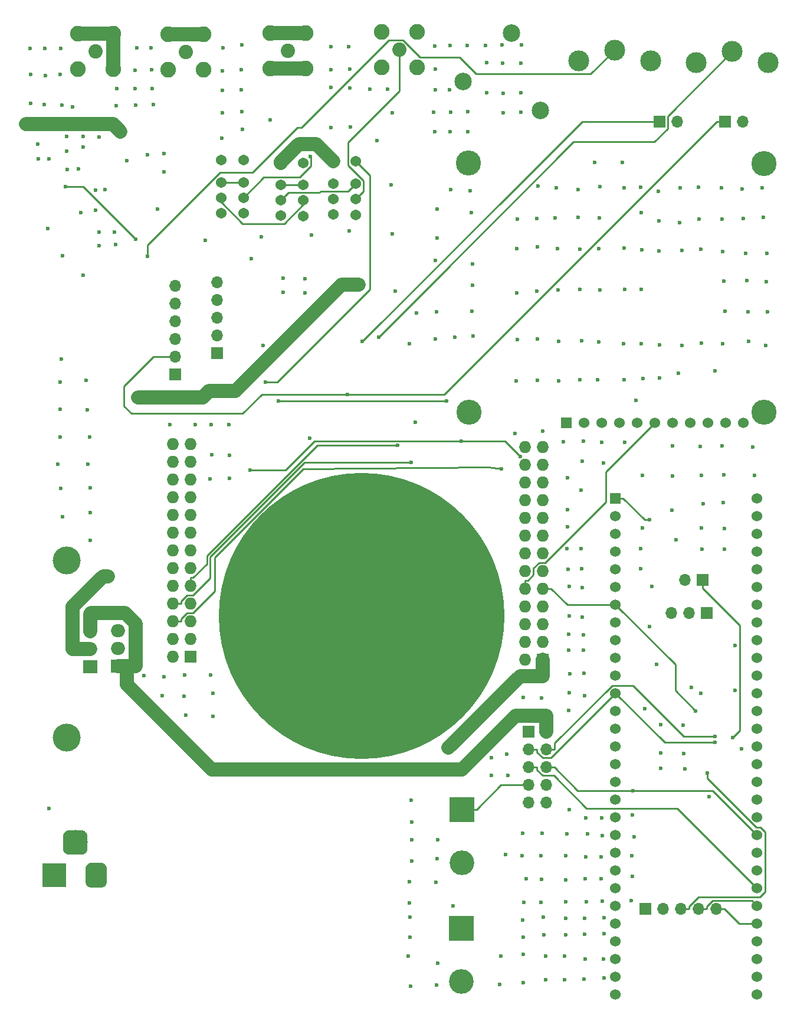
<source format=gbl>
G04 #@! TF.GenerationSoftware,KiCad,Pcbnew,6.0.0-rc1-unknown-e7fa02a~66~ubuntu18.04.1*
G04 #@! TF.CreationDate,2021-12-29T11:19:39-08:00
G04 #@! TF.ProjectId,rp_adapter,72705f61-6461-4707-9465-722e6b696361,rev?*
G04 #@! TF.SameCoordinates,Original*
G04 #@! TF.FileFunction,Copper,L4,Bot*
G04 #@! TF.FilePolarity,Positive*
%FSLAX46Y46*%
G04 Gerber Fmt 4.6, Leading zero omitted, Abs format (unit mm)*
G04 Created by KiCad (PCBNEW 6.0.0-rc1-unknown-e7fa02a~66~ubuntu18.04.1) date Wed 29 Dec 2021 11:19:39 AM PST*
%MOMM*%
%LPD*%
G04 APERTURE LIST*
%ADD10R,1.524000X1.524000*%
%ADD11C,1.524000*%
%ADD12C,3.600000*%
%ADD13R,1.727200X1.727200*%
%ADD14O,1.727200X1.727200*%
%ADD15C,3.540760*%
%ADD16R,3.540760X3.540760*%
%ADD17R,1.700000X1.700000*%
%ADD18O,1.700000X1.700000*%
%ADD19C,41.000000*%
%ADD20R,3.500000X3.500000*%
%ADD21C,0.100000*%
%ADD22C,3.000000*%
%ADD23C,3.500000*%
%ADD24C,1.540000*%
%ADD25C,4.000000*%
%ADD26C,2.050000*%
%ADD27C,2.250000*%
%ADD28R,2.000000X1.905000*%
%ADD29O,2.000000X1.905000*%
%ADD30C,2.500000*%
%ADD31C,0.600000*%
%ADD32C,1.000000*%
%ADD33C,2.000000*%
%ADD34C,0.250000*%
G04 APERTURE END LIST*
D10*
X134965000Y-84928000D03*
D11*
X137505000Y-84928000D03*
X140045000Y-84928000D03*
X142585000Y-84928000D03*
X145125000Y-84928000D03*
X147665000Y-84928000D03*
X150205000Y-84928000D03*
X152745000Y-84928000D03*
X155285000Y-84928000D03*
X157825000Y-84928000D03*
X160365000Y-84928000D03*
D12*
X163365000Y-83428000D03*
X120965000Y-83428000D03*
X163365000Y-47738000D03*
X120885000Y-47698000D03*
D13*
X131612000Y-118838000D03*
D14*
X129072000Y-118838000D03*
X131612000Y-116298000D03*
X129072000Y-116298000D03*
X131612000Y-113758000D03*
X129072000Y-113758000D03*
X131612000Y-111218000D03*
X129072000Y-111218000D03*
X131612000Y-108678000D03*
X129072000Y-108678000D03*
X131612000Y-106138000D03*
X129072000Y-106138000D03*
X131612000Y-103598000D03*
X129072000Y-103598000D03*
X131612000Y-101058000D03*
X129072000Y-101058000D03*
X131612000Y-98518000D03*
X129072000Y-98518000D03*
X131612000Y-95978000D03*
X129072000Y-95978000D03*
X131612000Y-93438000D03*
X129072000Y-93438000D03*
X131612000Y-90898000D03*
X129072000Y-90898000D03*
X131612000Y-88358000D03*
X129072000Y-88358000D03*
D13*
X81017900Y-118460000D03*
D14*
X78477900Y-118460000D03*
X81017900Y-115920000D03*
X78477900Y-115920000D03*
X81017900Y-113380000D03*
X78477900Y-113380000D03*
X81017900Y-110840000D03*
X78477900Y-110840000D03*
X81017900Y-108300000D03*
X78477900Y-108300000D03*
X81017900Y-105760000D03*
X78477900Y-105760000D03*
X81017900Y-103220000D03*
X78477900Y-103220000D03*
X81017900Y-100680000D03*
X78477900Y-100680000D03*
X81017900Y-98140000D03*
X78477900Y-98140000D03*
X81017900Y-95600000D03*
X78477900Y-95600000D03*
X81017900Y-93060000D03*
X78477900Y-93060000D03*
X81017900Y-90520000D03*
X78477900Y-90520000D03*
X81017900Y-87980000D03*
X78477900Y-87980000D03*
D15*
X119990000Y-147967000D03*
D16*
X119990000Y-140347000D03*
D15*
X119860000Y-165037000D03*
D16*
X119860000Y-157417000D03*
D17*
X129569000Y-129238000D03*
D18*
X132109000Y-129238000D03*
X129569000Y-131778000D03*
X132109000Y-131778000D03*
X129569000Y-134318000D03*
X132109000Y-134318000D03*
X129569000Y-136858000D03*
X132109000Y-136858000D03*
X129569000Y-139398000D03*
X132109000Y-139398000D03*
D19*
X105560000Y-112605000D03*
D17*
X148311000Y-41701000D03*
D18*
X150851000Y-41701000D03*
X160250000Y-41752000D03*
D17*
X157710000Y-41752000D03*
D10*
X142032000Y-95733000D03*
D11*
X142032000Y-98273000D03*
X142032000Y-100813000D03*
X142032000Y-103353000D03*
X142032000Y-105893000D03*
X142032000Y-108433000D03*
X142032000Y-110973000D03*
X142032000Y-113513000D03*
X142032000Y-116053000D03*
X142032000Y-118593000D03*
X142032000Y-121133000D03*
X142032000Y-123673000D03*
X142032000Y-126213000D03*
X142032000Y-128753000D03*
X142032000Y-131293000D03*
X142032000Y-133833000D03*
X142032000Y-136373000D03*
X142032000Y-138913000D03*
X142032000Y-141453000D03*
X142032000Y-143993000D03*
X142032000Y-146533000D03*
X142032000Y-149073000D03*
X142032000Y-151613000D03*
X142032000Y-154153000D03*
X142032000Y-156693000D03*
X142032000Y-159233000D03*
X142032000Y-161773000D03*
X142032000Y-164313000D03*
X142032000Y-166853000D03*
X162352000Y-166853000D03*
X162352000Y-164313000D03*
X162352000Y-161773000D03*
X162352000Y-159233000D03*
X162352000Y-156693000D03*
X162352000Y-154153000D03*
X162352000Y-151613000D03*
X162352000Y-149073000D03*
X162352000Y-146533000D03*
X162352000Y-143993000D03*
X162352000Y-141453000D03*
X162352000Y-138913000D03*
X162352000Y-136373000D03*
X162352000Y-133833000D03*
X162352000Y-131293000D03*
X162352000Y-128753000D03*
X162352000Y-126213000D03*
X162352000Y-123673000D03*
X162352000Y-121133000D03*
X162352000Y-118593000D03*
X162352000Y-116053000D03*
X162352000Y-113513000D03*
X162352000Y-110973000D03*
X162352000Y-108433000D03*
X162352000Y-105893000D03*
X162352000Y-103353000D03*
X162352000Y-100813000D03*
X162352000Y-98273000D03*
X162352000Y-95733000D03*
D17*
X155109000Y-112173000D03*
D18*
X152569000Y-112173000D03*
X150029000Y-112173000D03*
D17*
X146321000Y-154610000D03*
D18*
X148861000Y-154610000D03*
X151401000Y-154610000D03*
X153941000Y-154610000D03*
X156481000Y-154610000D03*
D17*
X154534000Y-107428000D03*
D18*
X151994000Y-107428000D03*
D20*
X61489000Y-149770000D03*
D21*
G36*
X68312513Y-148023611D02*
G01*
X68385318Y-148034411D01*
X68456714Y-148052295D01*
X68526013Y-148077090D01*
X68592548Y-148108559D01*
X68655678Y-148146398D01*
X68714795Y-148190242D01*
X68769330Y-148239670D01*
X68818758Y-148294205D01*
X68862602Y-148353322D01*
X68900441Y-148416452D01*
X68931910Y-148482987D01*
X68956705Y-148552286D01*
X68974589Y-148623682D01*
X68985389Y-148696487D01*
X68989000Y-148770000D01*
X68989000Y-150770000D01*
X68985389Y-150843513D01*
X68974589Y-150916318D01*
X68956705Y-150987714D01*
X68931910Y-151057013D01*
X68900441Y-151123548D01*
X68862602Y-151186678D01*
X68818758Y-151245795D01*
X68769330Y-151300330D01*
X68714795Y-151349758D01*
X68655678Y-151393602D01*
X68592548Y-151431441D01*
X68526013Y-151462910D01*
X68456714Y-151487705D01*
X68385318Y-151505589D01*
X68312513Y-151516389D01*
X68239000Y-151520000D01*
X66739000Y-151520000D01*
X66665487Y-151516389D01*
X66592682Y-151505589D01*
X66521286Y-151487705D01*
X66451987Y-151462910D01*
X66385452Y-151431441D01*
X66322322Y-151393602D01*
X66263205Y-151349758D01*
X66208670Y-151300330D01*
X66159242Y-151245795D01*
X66115398Y-151186678D01*
X66077559Y-151123548D01*
X66046090Y-151057013D01*
X66021295Y-150987714D01*
X66003411Y-150916318D01*
X65992611Y-150843513D01*
X65989000Y-150770000D01*
X65989000Y-148770000D01*
X65992611Y-148696487D01*
X66003411Y-148623682D01*
X66021295Y-148552286D01*
X66046090Y-148482987D01*
X66077559Y-148416452D01*
X66115398Y-148353322D01*
X66159242Y-148294205D01*
X66208670Y-148239670D01*
X66263205Y-148190242D01*
X66322322Y-148146398D01*
X66385452Y-148108559D01*
X66451987Y-148077090D01*
X66521286Y-148052295D01*
X66592682Y-148034411D01*
X66665487Y-148023611D01*
X66739000Y-148020000D01*
X68239000Y-148020000D01*
X68312513Y-148023611D01*
X68312513Y-148023611D01*
G37*
D22*
X67489000Y-149770000D03*
D21*
G36*
X65449765Y-143324213D02*
G01*
X65534704Y-143336813D01*
X65617999Y-143357677D01*
X65698848Y-143386605D01*
X65776472Y-143423319D01*
X65850124Y-143467464D01*
X65919094Y-143518616D01*
X65982718Y-143576282D01*
X66040384Y-143639906D01*
X66091536Y-143708876D01*
X66135681Y-143782528D01*
X66172395Y-143860152D01*
X66201323Y-143941001D01*
X66222187Y-144024296D01*
X66234787Y-144109235D01*
X66239000Y-144195000D01*
X66239000Y-145945000D01*
X66234787Y-146030765D01*
X66222187Y-146115704D01*
X66201323Y-146198999D01*
X66172395Y-146279848D01*
X66135681Y-146357472D01*
X66091536Y-146431124D01*
X66040384Y-146500094D01*
X65982718Y-146563718D01*
X65919094Y-146621384D01*
X65850124Y-146672536D01*
X65776472Y-146716681D01*
X65698848Y-146753395D01*
X65617999Y-146782323D01*
X65534704Y-146803187D01*
X65449765Y-146815787D01*
X65364000Y-146820000D01*
X63614000Y-146820000D01*
X63528235Y-146815787D01*
X63443296Y-146803187D01*
X63360001Y-146782323D01*
X63279152Y-146753395D01*
X63201528Y-146716681D01*
X63127876Y-146672536D01*
X63058906Y-146621384D01*
X62995282Y-146563718D01*
X62937616Y-146500094D01*
X62886464Y-146431124D01*
X62842319Y-146357472D01*
X62805605Y-146279848D01*
X62776677Y-146198999D01*
X62755813Y-146115704D01*
X62743213Y-146030765D01*
X62739000Y-145945000D01*
X62739000Y-144195000D01*
X62743213Y-144109235D01*
X62755813Y-144024296D01*
X62776677Y-143941001D01*
X62805605Y-143860152D01*
X62842319Y-143782528D01*
X62886464Y-143708876D01*
X62937616Y-143639906D01*
X62995282Y-143576282D01*
X63058906Y-143518616D01*
X63127876Y-143467464D01*
X63201528Y-143423319D01*
X63279152Y-143386605D01*
X63360001Y-143357677D01*
X63443296Y-143336813D01*
X63528235Y-143324213D01*
X63614000Y-143320000D01*
X65364000Y-143320000D01*
X65449765Y-143324213D01*
X65449765Y-143324213D01*
G37*
D23*
X64489000Y-145070000D03*
D17*
X78832000Y-77974000D03*
D18*
X78832000Y-75434000D03*
X78832000Y-72894000D03*
X78832000Y-70354000D03*
X78832000Y-67814000D03*
X78832000Y-65274000D03*
D22*
X136776000Y-33054000D03*
X147076000Y-33054000D03*
X141926000Y-31454000D03*
X158744000Y-31693000D03*
X163894000Y-33293000D03*
X153594000Y-33293000D03*
D17*
X84845000Y-74892000D03*
D18*
X84845000Y-72352000D03*
X84845000Y-69812000D03*
X84845000Y-67272000D03*
X84845000Y-64732000D03*
D24*
X88648000Y-47246000D03*
X88648000Y-50446000D03*
X88648000Y-52646000D03*
X88648000Y-54906000D03*
X85448000Y-54846000D03*
X85448000Y-52646000D03*
X85448000Y-50446000D03*
X85448000Y-47246000D03*
X94020000Y-47627000D03*
X94020000Y-50827000D03*
X94020000Y-53027000D03*
X94020000Y-55227000D03*
X97220000Y-55287000D03*
X97220000Y-53027000D03*
X97220000Y-50827000D03*
X97220000Y-47627000D03*
X101556000Y-47442000D03*
X101556000Y-50642000D03*
X101556000Y-52842000D03*
X101556000Y-55042000D03*
X104756000Y-55102000D03*
X104756000Y-52842000D03*
X104756000Y-50642000D03*
X104756000Y-47442000D03*
D25*
X63275000Y-104666000D03*
X63275000Y-130066000D03*
D26*
X110993000Y-31452000D03*
D27*
X113533000Y-28912000D03*
X108453000Y-28912000D03*
X108453000Y-33992000D03*
X113533000Y-33992000D03*
X69918000Y-34195000D03*
X64838000Y-34195000D03*
X64838000Y-29115000D03*
X69918000Y-29115000D03*
D26*
X67378000Y-31655000D03*
X95041000Y-31567000D03*
D27*
X97581000Y-29027000D03*
X92501000Y-29027000D03*
X92501000Y-34107000D03*
X97581000Y-34107000D03*
X82920000Y-34282000D03*
X77840000Y-34282000D03*
X77840000Y-29202000D03*
X82920000Y-29202000D03*
D26*
X80380000Y-31742000D03*
D28*
X70652000Y-119796000D03*
D29*
X70652000Y-117256000D03*
X70652000Y-114716000D03*
X66638000Y-114770000D03*
X66638000Y-117310000D03*
D28*
X66638000Y-119850000D03*
D30*
X131198000Y-40112000D03*
X127088000Y-29062000D03*
X120148000Y-36002000D03*
D31*
X159207000Y-116798500D03*
X143033000Y-47563800D03*
X62664000Y-60951800D03*
X118735000Y-154189600D03*
X60511000Y-57059000D03*
X147902000Y-119515700D03*
X160078000Y-131645700D03*
X155413000Y-138504700D03*
X98359900Y-58006200D03*
X83189000Y-58786100D03*
X146203000Y-125864300D03*
X154303000Y-123671100D03*
X65609400Y-63726100D03*
X92471000Y-41491300D03*
X65297400Y-54810600D03*
X109986000Y-57843200D03*
X109811000Y-50778300D03*
X139051000Y-47619700D03*
X126261000Y-146828600D03*
X150717200Y-101670100D03*
X159144000Y-123253200D03*
X152908000Y-122866300D03*
X91157000Y-58279500D03*
X103781000Y-57427900D03*
X89714000Y-61346200D03*
X94349000Y-64185300D03*
X97442000Y-64249000D03*
X109990000Y-40445600D03*
X107790000Y-44418900D03*
X60707500Y-140199900D03*
X74317000Y-121187000D03*
X113330000Y-84874500D03*
X98095000Y-87147400D03*
X58016000Y-31269000D03*
X58098000Y-34970000D03*
X58098000Y-39083000D03*
X60073000Y-39248000D03*
X60242000Y-35118000D03*
X60155000Y-31269000D03*
X62376000Y-31269000D03*
X62323000Y-34945000D03*
X62554000Y-39336000D03*
X64104000Y-39659000D03*
X70355000Y-39495000D03*
X70438000Y-37027000D03*
X73070000Y-37027000D03*
X73070000Y-34395000D03*
X73317000Y-31186000D03*
X73152000Y-39330000D03*
X75373000Y-31186000D03*
X75456000Y-34312000D03*
X75498000Y-36967000D03*
X75703000Y-39248000D03*
X85656000Y-31186000D03*
X85574000Y-34477000D03*
X85574000Y-37274000D03*
X85574000Y-40482000D03*
X85492000Y-44102000D03*
X88441000Y-42804000D03*
X88371000Y-40317000D03*
X88289000Y-37191000D03*
X88289000Y-34312000D03*
X88371000Y-30775000D03*
X101204000Y-31022000D03*
X103754000Y-31022000D03*
X101196000Y-34309000D03*
X103854000Y-34194000D03*
X101204000Y-36862000D03*
X103854000Y-36910000D03*
X101196000Y-42572000D03*
X104001000Y-42539000D03*
X106801000Y-37083000D03*
X109343000Y-37083000D03*
X116162000Y-37141000D03*
X116162000Y-34194000D03*
X116104000Y-30900000D03*
X118300000Y-30842000D03*
X118242000Y-37141000D03*
X115929000Y-40400000D03*
X116104000Y-43208000D03*
X118397000Y-40400000D03*
X118315000Y-43197000D03*
X120700000Y-30857000D03*
X120785000Y-40319000D03*
X120785000Y-43208000D03*
X123333000Y-30857000D03*
X125718000Y-30775000D03*
X128515000Y-30693000D03*
X123497000Y-33243000D03*
X125800000Y-33325000D03*
X128470000Y-33327000D03*
X123497000Y-37603000D03*
X125883000Y-37685000D03*
X128470000Y-37603000D03*
X125927000Y-40434000D03*
X128412000Y-40377000D03*
X60731000Y-47063000D03*
X59168000Y-47063000D03*
X59085000Y-44924000D03*
X63281000Y-43855000D03*
X65584000Y-43855000D03*
X67888000Y-43937000D03*
X63281000Y-45994000D03*
X65584000Y-45418000D03*
X63363000Y-48626000D03*
X64926000Y-48544000D03*
X67394000Y-54467000D03*
X67394000Y-51587000D03*
X68792000Y-51505000D03*
X67888000Y-57593000D03*
X67888000Y-59485000D03*
X70109000Y-57593000D03*
X70273000Y-59320000D03*
X71918000Y-47310000D03*
X74880000Y-46487000D03*
X77183000Y-46323000D03*
X77183000Y-48955000D03*
X76278000Y-54302000D03*
X118397000Y-51505000D03*
X121194000Y-51670000D03*
X121358000Y-54796000D03*
X121523000Y-62117000D03*
X121523000Y-65161000D03*
X121441000Y-68945000D03*
X121605000Y-72482000D03*
X118973000Y-72647000D03*
X116176000Y-72893000D03*
X116340000Y-69027000D03*
X116176000Y-61623000D03*
X116423000Y-58415000D03*
X116423000Y-54302000D03*
X113461000Y-69192000D03*
X110417000Y-66066000D03*
X94294000Y-66230000D03*
X97420000Y-66312000D03*
X130901000Y-50929000D03*
X133533000Y-51258000D03*
X136675000Y-51505000D03*
X139801000Y-51094000D03*
X143256000Y-51258000D03*
X145642000Y-51176000D03*
X145724000Y-54796000D03*
X139719000Y-55536000D03*
X136675000Y-55454000D03*
X133385000Y-55536000D03*
X130753000Y-55618000D03*
X127956000Y-55701000D03*
X127873000Y-59978000D03*
X130835000Y-59731000D03*
X133714000Y-59978000D03*
X136922000Y-60060000D03*
X139637000Y-59978000D03*
X143256000Y-59896000D03*
X145807000Y-60143000D03*
X145699000Y-65753000D03*
X143361000Y-65801000D03*
X139805000Y-65850000D03*
X136882000Y-65801000D03*
X133796000Y-65901000D03*
X130753000Y-66066000D03*
X127873000Y-66312000D03*
X151293000Y-51204000D03*
X153958000Y-51106000D03*
X157216000Y-51204000D03*
X160178000Y-51402000D03*
X163040000Y-51204000D03*
X163238000Y-55449000D03*
X160375000Y-55647000D03*
X157315000Y-55745000D03*
X154057000Y-55745000D03*
X151194000Y-56239000D03*
X148233000Y-55943000D03*
X148233000Y-60286000D03*
X151589000Y-60187000D03*
X154255000Y-59990000D03*
X157413000Y-60385000D03*
X160671000Y-60582000D03*
X163731000Y-60582000D03*
X127951000Y-72986000D03*
X130840000Y-72906000D03*
X133840000Y-73227000D03*
X137130000Y-73146000D03*
X139658000Y-73347000D03*
X143190000Y-73548000D03*
X145758000Y-73548000D03*
X148326000Y-73708000D03*
X151536000Y-73788000D03*
X154345000Y-73508000D03*
X157395000Y-73588000D03*
X157714000Y-68913000D03*
X157556000Y-64599000D03*
X127734000Y-78941000D03*
X130794000Y-78842000D03*
X133854000Y-78941000D03*
X136915000Y-78744000D03*
X139481000Y-78744000D03*
X143232000Y-78744000D03*
X145996000Y-78546000D03*
X148366000Y-78448000D03*
X127635000Y-86444000D03*
X131584000Y-86147000D03*
X137408000Y-87529000D03*
X140074000Y-87727000D03*
X143331000Y-87727000D03*
X137211000Y-90392000D03*
X140271000Y-90688000D03*
X137112000Y-94538000D03*
X135138000Y-92761000D03*
X150241000Y-88220000D03*
X154190000Y-88319000D03*
X157349000Y-88220000D03*
X161692000Y-88418000D03*
X161126000Y-73240000D03*
X161043000Y-68997000D03*
X160876000Y-64503000D03*
X163706000Y-64670000D03*
X163872000Y-68997000D03*
X163568000Y-73808000D03*
X145898000Y-92465000D03*
X150241000Y-92564000D03*
X154387000Y-92465000D03*
X157546000Y-92366000D03*
X161988000Y-92465000D03*
X154585000Y-96512000D03*
X157447000Y-96315000D03*
X154387000Y-99968000D03*
X157645000Y-100066000D03*
X157645000Y-103028000D03*
X62491000Y-75782000D03*
X62294000Y-79040000D03*
X66045000Y-78842000D03*
X62294000Y-82989000D03*
X66242000Y-83087000D03*
X62294000Y-86937000D03*
X66539000Y-86937000D03*
X61998000Y-90886000D03*
X66341000Y-90886000D03*
X62392000Y-94341000D03*
X66637000Y-94242000D03*
X62689000Y-98388000D03*
X66637000Y-97796000D03*
X66637000Y-101744000D03*
X86561000Y-85210000D03*
X81741000Y-85160000D03*
X78088000Y-85160000D03*
X86578000Y-89602000D03*
X86578000Y-92860000D03*
X83814000Y-92959000D03*
X84110000Y-89504000D03*
X83975000Y-85169000D03*
X77200000Y-121331000D03*
X80161000Y-121035000D03*
X83912000Y-121035000D03*
X77002000Y-123996000D03*
X80062000Y-124095000D03*
X84209000Y-123700000D03*
X80359000Y-126859000D03*
X84209000Y-126958000D03*
X151074000Y-77779700D03*
X154403000Y-103067000D03*
X145855000Y-99984000D03*
X145650000Y-102940000D03*
X145609000Y-105814000D03*
X137151000Y-105855000D03*
X135180000Y-105937000D03*
X137110000Y-102940000D03*
X135016000Y-102981000D03*
X135098000Y-99861000D03*
X135139000Y-97356000D03*
X135386000Y-108401000D03*
X135427000Y-112630000D03*
X137274000Y-112794000D03*
X135345000Y-115257000D03*
X137397000Y-115298000D03*
X135262000Y-117556000D03*
X137397000Y-117556000D03*
X135460000Y-120906000D03*
X137480000Y-120857000D03*
X135361000Y-123616000D03*
X137628000Y-124010000D03*
X135312000Y-126129000D03*
X128759000Y-124256000D03*
X131371000Y-124355000D03*
X148516000Y-128145000D03*
X151768000Y-128243000D03*
X148516000Y-132283000D03*
X151817000Y-132332000D03*
X148516000Y-134451000D03*
X151965000Y-134500000D03*
X144476000Y-141102000D03*
X135361000Y-140412000D03*
X137726000Y-141595000D03*
X140042000Y-141546000D03*
X128700000Y-143762000D03*
X131479000Y-143762000D03*
X135085000Y-143821000D03*
X138041000Y-143881000D03*
X140170000Y-144117000D03*
X128641000Y-147014000D03*
X131360000Y-146955000D03*
X134908000Y-147014000D03*
X137746000Y-147132000D03*
X139992000Y-147132000D03*
X144663000Y-144294000D03*
X144367000Y-147014000D03*
X144426000Y-149970000D03*
X139992000Y-150266000D03*
X137686000Y-150266000D03*
X134908000Y-150443000D03*
X131419000Y-150384000D03*
X129232000Y-150325000D03*
X128877000Y-153695000D03*
X131360000Y-153695000D03*
X134849000Y-153577000D03*
X137805000Y-153577000D03*
X140111000Y-153518000D03*
X144308000Y-153399000D03*
X128700000Y-156178000D03*
X131656000Y-155823000D03*
X134908000Y-155942000D03*
X137568000Y-155942000D03*
X140347000Y-155882000D03*
X128759000Y-158661000D03*
X131774000Y-158366000D03*
X134849000Y-158366000D03*
X137627000Y-158247000D03*
X140406000Y-158188000D03*
X128783000Y-161121000D03*
X131975000Y-161334000D03*
X134671000Y-161405000D03*
X137651000Y-161830000D03*
X140276000Y-161830000D03*
X140347000Y-164526000D03*
X137509000Y-164668000D03*
X134671000Y-164739000D03*
X131975000Y-164739000D03*
X128783000Y-165165000D03*
X125377000Y-165449000D03*
X125590000Y-161405000D03*
X116296000Y-165520000D03*
X112607000Y-165732000D03*
X116509000Y-162398000D03*
X112252000Y-161405000D03*
X112536000Y-158638000D03*
X112536000Y-155800000D03*
X112465000Y-153742000D03*
X112465000Y-150692000D03*
X116225000Y-150763000D03*
X116438000Y-147428000D03*
X112749000Y-147712000D03*
X112749000Y-144661000D03*
X116509000Y-144732000D03*
X112820000Y-142178000D03*
X112678000Y-139045000D03*
X126442000Y-132447000D03*
X126583000Y-135498000D03*
X124242000Y-135427000D03*
X124242000Y-132944000D03*
D32*
X105127300Y-65077900D03*
D31*
X73522000Y-81246000D03*
X57410000Y-42110800D03*
X70995200Y-43193700D03*
X118041200Y-131511000D03*
D32*
X69138400Y-106916100D03*
D31*
X108018100Y-72637500D03*
X125644500Y-91524200D03*
X74856400Y-61063300D03*
X112685400Y-90622900D03*
X134582000Y-87628000D03*
X153503000Y-126202500D03*
X105710000Y-73241800D03*
X156318000Y-130751700D03*
X144556900Y-137643000D03*
X73178000Y-58593200D03*
X63078800Y-51061600D03*
X147270400Y-108335800D03*
X156297200Y-77434200D03*
X144993100Y-81706200D03*
X150079400Y-97491800D03*
X112465000Y-73549400D03*
X91443407Y-73788407D03*
X146884000Y-114119000D03*
X148160400Y-51710600D03*
X137268000Y-108585000D03*
X156327300Y-129883800D03*
X155218700Y-135086700D03*
X146920800Y-98825500D03*
X158865000Y-130027700D03*
X91745000Y-79048500D03*
X73351500Y-123898000D03*
X75917500Y-126464000D03*
X103522000Y-80864500D03*
X98223900Y-46755500D03*
X110790000Y-88165000D03*
X89618300Y-91676500D03*
X128332000Y-89709000D03*
X119936000Y-87531700D03*
X117759700Y-81773600D03*
X93640400Y-81773600D03*
D33*
X105127300Y-65077900D02*
X102699500Y-65077900D01*
X84527000Y-80333000D02*
X83696000Y-80333000D01*
X83696000Y-80333000D02*
X82783000Y-81246000D01*
X87444400Y-80333000D02*
X84527000Y-80333000D01*
X102699500Y-65077900D02*
X87444400Y-80333000D01*
X82783000Y-81246000D02*
X73522000Y-81246000D01*
X70995200Y-43193700D02*
X69912300Y-42110800D01*
X69912300Y-42110800D02*
X57410000Y-42110800D01*
X131612000Y-118838000D02*
X131612000Y-121201900D01*
X131612000Y-121201900D02*
X128350300Y-121201900D01*
X128350300Y-121201900D02*
X118041200Y-131511000D01*
X66638000Y-117310000D02*
X64137700Y-117310000D01*
X64137700Y-117310000D02*
X64137700Y-111280900D01*
X64137700Y-111280900D02*
X68502500Y-106916100D01*
X68502500Y-106916100D02*
X69138400Y-106916100D01*
D34*
X108018100Y-72637500D02*
X115741600Y-64914000D01*
X136005300Y-44650300D02*
X147597200Y-44650300D01*
X147597200Y-44650300D02*
X149486400Y-42761100D01*
X149486400Y-42761100D02*
X149486400Y-40950600D01*
X149486400Y-40950600D02*
X158744000Y-31693000D01*
X115741600Y-64914000D02*
X136005300Y-44650300D01*
X78477900Y-113380000D02*
X79666800Y-113380000D01*
X79666800Y-113380000D02*
X79666800Y-113008400D01*
X79666800Y-113008400D02*
X80484100Y-112191100D01*
X80484100Y-112191100D02*
X81368000Y-112191100D01*
X81368000Y-112191100D02*
X84520100Y-109039000D01*
X84520100Y-109039000D02*
X84520100Y-104192500D01*
X84520100Y-104192500D02*
X97188400Y-91524200D01*
X97188400Y-91524200D02*
X123819099Y-91247901D01*
X123819099Y-91247901D02*
X125644500Y-91524200D01*
X141926000Y-31454000D02*
X138458900Y-34921100D01*
X138458900Y-34921100D02*
X122049700Y-34921100D01*
X122049700Y-34921100D02*
X119670200Y-32541600D01*
X119670200Y-32541600D02*
X113992400Y-32541600D01*
X113992400Y-32541600D02*
X111541800Y-30091000D01*
X111541800Y-30091000D02*
X109458200Y-30091000D01*
X109458200Y-30091000D02*
X96985300Y-42563900D01*
X96985300Y-42563900D02*
X96386000Y-42563900D01*
X96386000Y-42563900D02*
X89891800Y-49058100D01*
X89891800Y-49058100D02*
X85270200Y-49058100D01*
X85270200Y-49058100D02*
X74856400Y-59471900D01*
X74856400Y-59471900D02*
X74856400Y-61063300D01*
X79666800Y-110840000D02*
X79666800Y-110468400D01*
X79666800Y-110468400D02*
X80484100Y-109651100D01*
X80484100Y-109651100D02*
X81368000Y-109651100D01*
X81368000Y-109651100D02*
X83844700Y-107174400D01*
X83844700Y-107174400D02*
X83844700Y-104159400D01*
X83844700Y-104159400D02*
X97381200Y-90622900D01*
X97381200Y-90622900D02*
X112685400Y-90622900D01*
X78477900Y-110840000D02*
X79666800Y-110840000D01*
D33*
X69918000Y-34195000D02*
X69918000Y-29115000D01*
X69918000Y-29115000D02*
X64838000Y-29115000D01*
X92501000Y-29027000D02*
X97581000Y-29027000D01*
X97581000Y-34107000D02*
X92501000Y-34107000D01*
X82920000Y-29202000D02*
X77840000Y-29202000D01*
D34*
X129072000Y-107489100D02*
X129443600Y-107489100D01*
X129443600Y-107489100D02*
X130260900Y-106671800D01*
X130260900Y-106671800D02*
X130260900Y-105785800D01*
X130260900Y-105785800D02*
X131097700Y-104949000D01*
X131097700Y-104949000D02*
X131942500Y-104949000D01*
X131942500Y-104949000D02*
X140606800Y-96284700D01*
X140606800Y-96284700D02*
X140606800Y-91986200D01*
X140606800Y-91986200D02*
X147665000Y-84928000D01*
X129072000Y-108678000D02*
X129072000Y-107489100D01*
X142032000Y-110973000D02*
X150588800Y-119529800D01*
X150588800Y-119529800D02*
X150588800Y-123288300D01*
X150588800Y-123288300D02*
X153503000Y-126202500D01*
X132800900Y-108678000D02*
X135095900Y-110973000D01*
X135095900Y-110973000D02*
X142032000Y-110973000D01*
X131612000Y-108678000D02*
X132800900Y-108678000D01*
X119990000Y-140347000D02*
X122085700Y-140347000D01*
X129569000Y-136858000D02*
X125574700Y-136858000D01*
X125574700Y-136858000D02*
X122085700Y-140347000D01*
X147135700Y-41701000D02*
X137250800Y-41701000D01*
X137250800Y-41701000D02*
X128104800Y-50847000D01*
X148311000Y-41701000D02*
X147135700Y-41701000D01*
X128104800Y-50847000D02*
X105710000Y-73241800D01*
X142032000Y-123673000D02*
X149110700Y-130751700D01*
X149110700Y-130751700D02*
X156318000Y-130751700D01*
X142032000Y-123673000D02*
X132751700Y-132953300D01*
X132751700Y-132953300D02*
X131552200Y-132953300D01*
X131552200Y-132953300D02*
X130744300Y-132145400D01*
X130744300Y-132145400D02*
X130744300Y-131778000D01*
X129569000Y-131778000D02*
X130744300Y-131778000D01*
X129569000Y-134318000D02*
X130744300Y-134318000D01*
X130744300Y-134318000D02*
X130744300Y-134685400D01*
X130744300Y-134685400D02*
X131552200Y-135493300D01*
X131552200Y-135493300D02*
X133189800Y-135493300D01*
X133189800Y-135493300D02*
X137879500Y-140183000D01*
X137879500Y-140183000D02*
X150922000Y-140183000D01*
X150922000Y-140183000D02*
X162352000Y-151613000D01*
X144556900Y-137643000D02*
X136609300Y-137643000D01*
X136609300Y-137643000D02*
X133284300Y-134318000D01*
X162352000Y-143993000D02*
X156002000Y-137643000D01*
X156002000Y-137643000D02*
X144556900Y-137643000D01*
X132109000Y-134318000D02*
X133284300Y-134318000D01*
X104756000Y-50642000D02*
X103660600Y-51737400D01*
X103660600Y-51737400D02*
X99710500Y-51737400D01*
X99710500Y-51737400D02*
X99520900Y-51927000D01*
X99520900Y-51927000D02*
X95120000Y-51927000D01*
X95120000Y-51927000D02*
X94020000Y-53027000D01*
X73178000Y-58593200D02*
X65646400Y-51061600D01*
X65646400Y-51061600D02*
X63078800Y-51061600D01*
X132109000Y-131778000D02*
X133284300Y-131778000D01*
X156327300Y-129883800D02*
X151793700Y-129883800D01*
X151793700Y-129883800D02*
X144490700Y-122580800D01*
X144490700Y-122580800D02*
X141526600Y-122580800D01*
X141526600Y-122580800D02*
X133284300Y-130823100D01*
X133284300Y-130823100D02*
X133284300Y-131778000D01*
X151401000Y-154610000D02*
X152576300Y-154610000D01*
X152576300Y-154610000D02*
X152576300Y-154242700D01*
X152576300Y-154242700D02*
X153936000Y-152883000D01*
X153936000Y-152883000D02*
X162696000Y-152883000D01*
X162696000Y-152883000D02*
X163471600Y-152107400D01*
X163471600Y-152107400D02*
X163471600Y-143574800D01*
X163471600Y-143574800D02*
X162779100Y-142882300D01*
X162779100Y-142882300D02*
X162243100Y-142882300D01*
X162243100Y-142882300D02*
X155218700Y-135857900D01*
X155218700Y-135857900D02*
X155218700Y-135086700D01*
X142032000Y-95733000D02*
X143119300Y-95733000D01*
X143119300Y-95733000D02*
X146211800Y-98825500D01*
X146211800Y-98825500D02*
X146920800Y-98825500D01*
X153941000Y-154610000D02*
X155116300Y-154610000D01*
X155116300Y-154610000D02*
X155116300Y-154242700D01*
X155116300Y-154242700D02*
X155932300Y-153426700D01*
X155932300Y-153426700D02*
X161625700Y-153426700D01*
X161625700Y-153426700D02*
X162352000Y-154153000D01*
X156481000Y-154610000D02*
X157656300Y-154610000D01*
X157656300Y-154610000D02*
X159739300Y-156693000D01*
X159739300Y-156693000D02*
X162352000Y-156693000D01*
X154534000Y-107428000D02*
X154534000Y-108603300D01*
X154534000Y-108603300D02*
X159883900Y-113953200D01*
X159883900Y-113953200D02*
X159883900Y-129008800D01*
X159883900Y-129008800D02*
X158865000Y-130027700D01*
X91745000Y-79048500D02*
X93455300Y-79048500D01*
X93455300Y-79048500D02*
X106752600Y-65751200D01*
X106752600Y-65751200D02*
X106752600Y-49438600D01*
X106752600Y-49438600D02*
X104756000Y-47442000D01*
D33*
X71902200Y-119796000D02*
X71902200Y-122448700D01*
X71902200Y-122448700D02*
X73351500Y-123898000D01*
X84086200Y-134632700D02*
X119949100Y-134632700D01*
X119949100Y-134632700D02*
X127694100Y-126887700D01*
X127694100Y-126887700D02*
X132109000Y-126887700D01*
X132109000Y-129238000D02*
X132109000Y-126887700D01*
X71902200Y-119796000D02*
X73152300Y-119796000D01*
X70652000Y-119796000D02*
X71902200Y-119796000D01*
X66638000Y-112317200D02*
X66734100Y-112221100D01*
X66734100Y-112221100D02*
X71674300Y-112221100D01*
X71674300Y-112221100D02*
X73152300Y-113699100D01*
X73152300Y-113699100D02*
X73152300Y-119796000D01*
X66638000Y-114770000D02*
X66638000Y-112317200D01*
X73351500Y-123898000D02*
X75917500Y-126464000D01*
X75917500Y-126464000D02*
X84086200Y-134632700D01*
X101556000Y-47442000D02*
X99069200Y-44955200D01*
X99069200Y-44955200D02*
X96574000Y-44955200D01*
X96574000Y-44955200D02*
X94020000Y-47509200D01*
X94020000Y-47509200D02*
X94020000Y-47627000D01*
D34*
X156534700Y-41752000D02*
X143161700Y-55125000D01*
X117422200Y-80864500D02*
X103522000Y-80864500D01*
X157710000Y-41752000D02*
X156534700Y-41752000D01*
X143161700Y-55125000D02*
X117422200Y-80864500D01*
X91245500Y-80864500D02*
X88512000Y-83598000D01*
X103522000Y-80864500D02*
X91245500Y-80864500D01*
X88512000Y-83598000D02*
X72593000Y-83598000D01*
X72593000Y-83598000D02*
X71507100Y-82512100D01*
X75729500Y-75434000D02*
X78832000Y-75434000D01*
X71507100Y-82512100D02*
X71507100Y-79656400D01*
X71507100Y-79656400D02*
X75729500Y-75434000D01*
X110993000Y-31452000D02*
X110993000Y-37354900D01*
X110993000Y-37354900D02*
X103656900Y-44691000D01*
X103656900Y-44691000D02*
X103656900Y-47993600D01*
X103656900Y-47993600D02*
X105860600Y-50197300D01*
X105860600Y-50197300D02*
X105860600Y-51737400D01*
X105860600Y-51737400D02*
X104756000Y-52842000D01*
X85448000Y-50446000D02*
X88648000Y-50446000D01*
X88648000Y-52646000D02*
X91562400Y-49731600D01*
X91562400Y-49731600D02*
X96692900Y-49731600D01*
X96692900Y-49731600D02*
X98315400Y-48109100D01*
X98315400Y-48109100D02*
X98315400Y-46847000D01*
X98315400Y-46847000D02*
X98223900Y-46755500D01*
X97220000Y-53027000D02*
X97220000Y-53591500D01*
X97220000Y-53591500D02*
X94462300Y-56349200D01*
X94462300Y-56349200D02*
X88500400Y-56349200D01*
X88500400Y-56349200D02*
X85448000Y-53296800D01*
X85448000Y-53296800D02*
X85448000Y-52646000D01*
X97220000Y-50827000D02*
X94020000Y-50827000D01*
X110790000Y-88165000D02*
X99202200Y-88165000D01*
X99202200Y-88165000D02*
X83394400Y-103972800D01*
X83394400Y-103972800D02*
X83394400Y-105118600D01*
X83394400Y-105118600D02*
X81401900Y-107111100D01*
X81401900Y-107111100D02*
X81017900Y-107111100D01*
X81017900Y-108300000D02*
X81017900Y-107111100D01*
X128332000Y-89709000D02*
X126154700Y-87531700D01*
X126154700Y-87531700D02*
X119936000Y-87531700D01*
X98796600Y-87531700D02*
X94651800Y-91676500D01*
X94651800Y-91676500D02*
X89618300Y-91676500D01*
X119936000Y-87531700D02*
X98796600Y-87531700D01*
X93640400Y-81773600D02*
X117759700Y-81773600D01*
M02*

</source>
